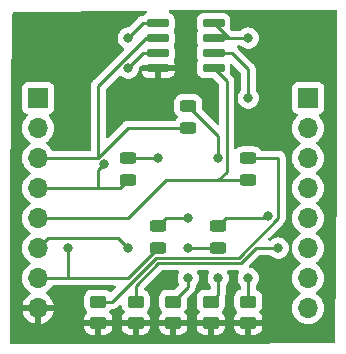
<source format=gtl>
%TF.GenerationSoftware,KiCad,Pcbnew,7.0.7*%
%TF.CreationDate,2024-10-03T15:52:36-07:00*%
%TF.ProjectId,Zoe_PCB,5a6f655f-5043-4422-9e6b-696361645f70,rev?*%
%TF.SameCoordinates,Original*%
%TF.FileFunction,Copper,L1,Top*%
%TF.FilePolarity,Positive*%
%FSLAX46Y46*%
G04 Gerber Fmt 4.6, Leading zero omitted, Abs format (unit mm)*
G04 Created by KiCad (PCBNEW 7.0.7) date 2024-10-03 15:52:36*
%MOMM*%
%LPD*%
G01*
G04 APERTURE LIST*
G04 Aperture macros list*
%AMRoundRect*
0 Rectangle with rounded corners*
0 $1 Rounding radius*
0 $2 $3 $4 $5 $6 $7 $8 $9 X,Y pos of 4 corners*
0 Add a 4 corners polygon primitive as box body*
4,1,4,$2,$3,$4,$5,$6,$7,$8,$9,$2,$3,0*
0 Add four circle primitives for the rounded corners*
1,1,$1+$1,$2,$3*
1,1,$1+$1,$4,$5*
1,1,$1+$1,$6,$7*
1,1,$1+$1,$8,$9*
0 Add four rect primitives between the rounded corners*
20,1,$1+$1,$2,$3,$4,$5,0*
20,1,$1+$1,$4,$5,$6,$7,0*
20,1,$1+$1,$6,$7,$8,$9,0*
20,1,$1+$1,$8,$9,$2,$3,0*%
G04 Aperture macros list end*
%TA.AperFunction,SMDPad,CuDef*%
%ADD10RoundRect,0.250000X0.450000X-0.262500X0.450000X0.262500X-0.450000X0.262500X-0.450000X-0.262500X0*%
%TD*%
%TA.AperFunction,SMDPad,CuDef*%
%ADD11RoundRect,0.243750X-0.456250X0.243750X-0.456250X-0.243750X0.456250X-0.243750X0.456250X0.243750X0*%
%TD*%
%TA.AperFunction,SMDPad,CuDef*%
%ADD12RoundRect,0.250000X-0.450000X0.262500X-0.450000X-0.262500X0.450000X-0.262500X0.450000X0.262500X0*%
%TD*%
%TA.AperFunction,ComponentPad*%
%ADD13R,1.700000X1.700000*%
%TD*%
%TA.AperFunction,ComponentPad*%
%ADD14O,1.700000X1.700000*%
%TD*%
%TA.AperFunction,SMDPad,CuDef*%
%ADD15RoundRect,0.090000X-0.800000X0.270000X-0.800000X-0.270000X0.800000X-0.270000X0.800000X0.270000X0*%
%TD*%
%TA.AperFunction,ViaPad*%
%ADD16C,0.800000*%
%TD*%
%TA.AperFunction,Conductor*%
%ADD17C,0.250000*%
%TD*%
G04 APERTURE END LIST*
D10*
%TO.P,R4,2*%
%TO.N,Net-(D4-K)*%
X135255000Y-106125000D03*
%TO.P,R4,1*%
%TO.N,GND*%
X135255000Y-107950000D03*
%TD*%
D11*
%TO.P,D1,1,K*%
%TO.N,Net-(D1-K)*%
X137160000Y-99725000D03*
%TO.P,D1,2,A*%
%TO.N,/+3.3V*%
X137160000Y-101600000D03*
%TD*%
%TO.P,D5,1,K*%
%TO.N,Net-(D5-K)*%
X144780000Y-93980000D03*
%TO.P,D5,2,A*%
%TO.N,/MISO*%
X144780000Y-95855000D03*
%TD*%
%TO.P,D4,1,K*%
%TO.N,Net-(D4-K)*%
X142240000Y-99725000D03*
%TO.P,D4,2,A*%
%TO.N,/MOSI*%
X142240000Y-101600000D03*
%TD*%
%TO.P,D2,1,K*%
%TO.N,Net-(D2-K)*%
X134620000Y-93980000D03*
%TO.P,D2,2,A*%
%TO.N,/SCK*%
X134620000Y-95855000D03*
%TD*%
D12*
%TO.P,R5,1*%
%TO.N,Net-(D5-K)*%
X132080000Y-106125000D03*
%TO.P,R5,2*%
%TO.N,GND*%
X132080000Y-107950000D03*
%TD*%
%TO.P,R2,1*%
%TO.N,Net-(D2-K)*%
X141605000Y-106125000D03*
%TO.P,R2,2*%
%TO.N,GND*%
X141605000Y-107950000D03*
%TD*%
%TO.P,R3,1*%
%TO.N,Net-(D3-K)*%
X138430000Y-106125000D03*
%TO.P,R3,2*%
%TO.N,GND*%
X138430000Y-107950000D03*
%TD*%
D13*
%TO.P,J2,1,Pin_1*%
%TO.N,unconnected-(J2-Pin_1-Pad1)*%
X149860000Y-88900000D03*
D14*
%TO.P,J2,2,Pin_2*%
%TO.N,unconnected-(J2-Pin_2-Pad2)*%
X149860000Y-91440000D03*
%TO.P,J2,3,Pin_3*%
%TO.N,unconnected-(J2-Pin_3-Pad3)*%
X149860000Y-93980000D03*
%TO.P,J2,4,Pin_4*%
%TO.N,unconnected-(J2-Pin_4-Pad4)*%
X149860000Y-96520000D03*
%TO.P,J2,5,Pin_5*%
%TO.N,unconnected-(J2-Pin_5-Pad5)*%
X149860000Y-99060000D03*
%TO.P,J2,6,Pin_6*%
%TO.N,unconnected-(J2-Pin_6-Pad6)*%
X149860000Y-101600000D03*
%TO.P,J2,7,Pin_7*%
%TO.N,unconnected-(J2-Pin_7-Pad7)*%
X149860000Y-104140000D03*
%TO.P,J2,8,Pin_8*%
%TO.N,unconnected-(J2-Pin_8-Pad8)*%
X149860000Y-106680000D03*
%TD*%
D12*
%TO.P,R1,1*%
%TO.N,Net-(D1-K)*%
X144780000Y-106125000D03*
%TO.P,R1,2*%
%TO.N,GND*%
X144780000Y-107950000D03*
%TD*%
D11*
%TO.P,D3,1,K*%
%TO.N,Net-(D3-K)*%
X139700000Y-89565000D03*
%TO.P,D3,2,A*%
%TO.N,/CS*%
X139700000Y-91440000D03*
%TD*%
D15*
%TO.P,U1,1,V_{DDD}*%
%TO.N,/+3.3V*%
X137160000Y-82550000D03*
%TO.P,U1,2,CE*%
%TO.N,/CS*%
X137160000Y-83820000D03*
%TO.P,U1,3,SCLK*%
%TO.N,/SCK*%
X137160000Y-85090000D03*
%TO.P,U1,4,GND*%
%TO.N,GND*%
X137160000Y-86360000D03*
%TO.P,U1,5,SD0*%
%TO.N,/MISO*%
X141840000Y-86360000D03*
%TO.P,U1,6,SDI*%
%TO.N,/MOSI*%
X141840000Y-85090000D03*
%TO.P,U1,7,SERMODE*%
%TO.N,/+3.3V*%
X141840000Y-83820000D03*
%TO.P,U1,8,V_{DDA}*%
X141840000Y-82550000D03*
%TD*%
D13*
%TO.P,J1,1,Pin_1*%
%TO.N,unconnected-(J1-Pin_1-Pad1)*%
X127000000Y-88900000D03*
D14*
%TO.P,J1,2,Pin_2*%
%TO.N,unconnected-(J1-Pin_2-Pad2)*%
X127000000Y-91440000D03*
%TO.P,J1,3,Pin_3*%
%TO.N,/CS*%
X127000000Y-93980000D03*
%TO.P,J1,4,Pin_4*%
%TO.N,/SCK*%
X127000000Y-96520000D03*
%TO.P,J1,5,Pin_5*%
%TO.N,/MISO*%
X127000000Y-99060000D03*
%TO.P,J1,6,Pin_6*%
%TO.N,/MOSI*%
X127000000Y-101600000D03*
%TO.P,J1,7,Pin_7*%
%TO.N,/+3.3V*%
X127000000Y-104140000D03*
%TO.P,J1,8,Pin_8*%
%TO.N,GND*%
X127000000Y-106680000D03*
%TD*%
D16*
%TO.N,Net-(D2-K)*%
X142240000Y-104140000D03*
%TO.N,Net-(D1-K)*%
X139700000Y-99060000D03*
X144780000Y-104140000D03*
%TO.N,/+3.3V*%
X144780000Y-83820000D03*
X129540000Y-101600000D03*
X134620000Y-83820000D03*
%TO.N,Net-(D2-K)*%
X137160000Y-93980000D03*
%TO.N,/SCK*%
X132592300Y-94492300D03*
X134620000Y-86360000D03*
%TO.N,Net-(D3-K)*%
X139700000Y-104140000D03*
X142240000Y-93980000D03*
%TO.N,Net-(D4-K)*%
X146489502Y-98865898D03*
X147320000Y-101600000D03*
%TO.N,/MOSI*%
X134620000Y-101600000D03*
X144780000Y-88900000D03*
X139700000Y-101600000D03*
%TD*%
D17*
%TO.N,Net-(D2-K)*%
X142240000Y-105490000D02*
X141605000Y-106125000D01*
X142240000Y-104140000D02*
X142240000Y-105490000D01*
%TO.N,Net-(D3-K)*%
X139700000Y-104140000D02*
X139700000Y-104855000D01*
X139700000Y-104855000D02*
X138430000Y-106125000D01*
%TO.N,Net-(D4-K)*%
X147320000Y-101600000D02*
X145416396Y-101600000D01*
X137170292Y-102862500D02*
X135255000Y-104777792D01*
X145416396Y-101600000D02*
X144153896Y-102862500D01*
X135255000Y-104777792D02*
X135255000Y-106125000D01*
X144153896Y-102862500D02*
X137170292Y-102862500D01*
%TO.N,Net-(D5-K)*%
X144780000Y-93980000D02*
X147320000Y-93980000D01*
X147320000Y-93980000D02*
X147320000Y-99060000D01*
X147320000Y-99060000D02*
X143967500Y-102412500D01*
X143967500Y-102412500D02*
X136983896Y-102412500D01*
X136983896Y-102412500D02*
X133271396Y-106125000D01*
X133271396Y-106125000D02*
X132080000Y-106125000D01*
%TO.N,Net-(D1-K)*%
X144780000Y-104140000D02*
X144780000Y-106125000D01*
X137160000Y-99725000D02*
X137825000Y-99060000D01*
X137825000Y-99060000D02*
X139700000Y-99060000D01*
%TO.N,/+3.3V*%
X144780000Y-83820000D02*
X143110000Y-83820000D01*
X135890000Y-82550000D02*
X137160000Y-82550000D01*
X129540000Y-104140000D02*
X134620000Y-104140000D01*
X143110000Y-83820000D02*
X141840000Y-82550000D01*
X144780000Y-83820000D02*
X141840000Y-83820000D01*
X127000000Y-104140000D02*
X129540000Y-104140000D01*
X134620000Y-104140000D02*
X137160000Y-101600000D01*
X129540000Y-104140000D02*
X129540000Y-101600000D01*
X134620000Y-83820000D02*
X135890000Y-82550000D01*
%TO.N,Net-(D2-K)*%
X134620000Y-93980000D02*
X137160000Y-93980000D01*
%TO.N,/SCK*%
X135890000Y-85090000D02*
X137160000Y-85090000D01*
X127000000Y-96520000D02*
X132080000Y-96520000D01*
X134620000Y-86360000D02*
X135890000Y-85090000D01*
X132080000Y-96520000D02*
X133955000Y-96520000D01*
X132080000Y-96520000D02*
X132080000Y-95004600D01*
X132080000Y-95004600D02*
X132592300Y-94492300D01*
X133955000Y-96520000D02*
X134620000Y-95855000D01*
%TO.N,Net-(D3-K)*%
X139700000Y-89565000D02*
X142240000Y-92105000D01*
X142240000Y-92105000D02*
X142240000Y-93980000D01*
%TO.N,/CS*%
X136134695Y-83820000D02*
X137160000Y-83820000D01*
X132080000Y-93980000D02*
X132080000Y-87874695D01*
X127000000Y-93980000D02*
X132080000Y-93980000D01*
X134620000Y-91440000D02*
X139700000Y-91440000D01*
X132080000Y-87874695D02*
X136134695Y-83820000D01*
X132080000Y-93980000D02*
X134620000Y-91440000D01*
%TO.N,Net-(D4-K)*%
X146295400Y-99060000D02*
X146489502Y-98865898D01*
X142240000Y-99725000D02*
X142905000Y-99060000D01*
X142905000Y-99060000D02*
X144780000Y-99060000D01*
X144780000Y-99060000D02*
X146295400Y-99060000D01*
%TO.N,/MOSI*%
X144780000Y-86473101D02*
X143396899Y-85090000D01*
X143396899Y-85090000D02*
X141840000Y-85090000D01*
X127000000Y-101600000D02*
X127850000Y-100750000D01*
X144780000Y-88900000D02*
X144780000Y-86473101D01*
X142240000Y-101600000D02*
X139700000Y-101600000D01*
X133770000Y-100750000D02*
X134620000Y-101600000D01*
X127850000Y-100750000D02*
X133770000Y-100750000D01*
%TO.N,/MISO*%
X134620000Y-99060000D02*
X137825000Y-95855000D01*
X142965000Y-95130000D02*
X142240000Y-95855000D01*
X141840000Y-86360000D02*
X142965000Y-87485000D01*
X142965000Y-87485000D02*
X142965000Y-95130000D01*
X137825000Y-95855000D02*
X142240000Y-95855000D01*
X142240000Y-95855000D02*
X144780000Y-95855000D01*
X127000000Y-99060000D02*
X134620000Y-99060000D01*
%TO.N,GND*%
X127000000Y-106680000D02*
X129540000Y-106680000D01*
%TD*%
%TA.AperFunction,Conductor*%
%TO.N,GND*%
G36*
X152215539Y-81427185D02*
G01*
X152261294Y-81479989D01*
X152272500Y-81531500D01*
X152272500Y-95508999D01*
X152147091Y-109504633D01*
X152126807Y-109571493D01*
X152073595Y-109616773D01*
X152024234Y-109627517D01*
X141126100Y-109727500D01*
X124711500Y-109727500D01*
X124644461Y-109707815D01*
X124598706Y-109655011D01*
X124587500Y-109603500D01*
X124587500Y-108200000D01*
X130880001Y-108200000D01*
X130880001Y-108262486D01*
X130890494Y-108365197D01*
X130945641Y-108531619D01*
X130945643Y-108531624D01*
X131037684Y-108680845D01*
X131161654Y-108804815D01*
X131310875Y-108896856D01*
X131310880Y-108896858D01*
X131477302Y-108952005D01*
X131477309Y-108952006D01*
X131580019Y-108962499D01*
X131829999Y-108962499D01*
X131830000Y-108962498D01*
X131830000Y-108200000D01*
X132330000Y-108200000D01*
X132330000Y-108962499D01*
X132579972Y-108962499D01*
X132579986Y-108962498D01*
X132682697Y-108952005D01*
X132849119Y-108896858D01*
X132849124Y-108896856D01*
X132998345Y-108804815D01*
X133122315Y-108680845D01*
X133214356Y-108531624D01*
X133214358Y-108531619D01*
X133269505Y-108365197D01*
X133269506Y-108365190D01*
X133279999Y-108262486D01*
X133280000Y-108262473D01*
X133280000Y-108200000D01*
X134055001Y-108200000D01*
X134055001Y-108262486D01*
X134065494Y-108365197D01*
X134120641Y-108531619D01*
X134120643Y-108531624D01*
X134212684Y-108680845D01*
X134336654Y-108804815D01*
X134485875Y-108896856D01*
X134485880Y-108896858D01*
X134652302Y-108952005D01*
X134652309Y-108952006D01*
X134755019Y-108962499D01*
X135004999Y-108962499D01*
X135005000Y-108962498D01*
X135005000Y-108200000D01*
X135505000Y-108200000D01*
X135505000Y-108962499D01*
X135754972Y-108962499D01*
X135754986Y-108962498D01*
X135857697Y-108952005D01*
X136024119Y-108896858D01*
X136024124Y-108896856D01*
X136173345Y-108804815D01*
X136297315Y-108680845D01*
X136389356Y-108531624D01*
X136389358Y-108531619D01*
X136444505Y-108365197D01*
X136444506Y-108365190D01*
X136454999Y-108262486D01*
X136455000Y-108262473D01*
X136455000Y-108200000D01*
X137230001Y-108200000D01*
X137230001Y-108262486D01*
X137240494Y-108365197D01*
X137295641Y-108531619D01*
X137295643Y-108531624D01*
X137387684Y-108680845D01*
X137511654Y-108804815D01*
X137660875Y-108896856D01*
X137660880Y-108896858D01*
X137827302Y-108952005D01*
X137827309Y-108952006D01*
X137930019Y-108962499D01*
X138179999Y-108962499D01*
X138180000Y-108962498D01*
X138180000Y-108200000D01*
X138680000Y-108200000D01*
X138680000Y-108962499D01*
X138929972Y-108962499D01*
X138929986Y-108962498D01*
X139032697Y-108952005D01*
X139199119Y-108896858D01*
X139199124Y-108896856D01*
X139348345Y-108804815D01*
X139472315Y-108680845D01*
X139564356Y-108531624D01*
X139564358Y-108531619D01*
X139619505Y-108365197D01*
X139619506Y-108365190D01*
X139629999Y-108262486D01*
X139630000Y-108262473D01*
X139630000Y-108200000D01*
X140405001Y-108200000D01*
X140405001Y-108262486D01*
X140415494Y-108365197D01*
X140470641Y-108531619D01*
X140470643Y-108531624D01*
X140562684Y-108680845D01*
X140686654Y-108804815D01*
X140835875Y-108896856D01*
X140835880Y-108896858D01*
X141002302Y-108952005D01*
X141002309Y-108952006D01*
X141105019Y-108962499D01*
X141354999Y-108962499D01*
X141355000Y-108962498D01*
X141355000Y-108200000D01*
X141855000Y-108200000D01*
X141855000Y-108962499D01*
X142104972Y-108962499D01*
X142104986Y-108962498D01*
X142207697Y-108952005D01*
X142374119Y-108896858D01*
X142374124Y-108896856D01*
X142523345Y-108804815D01*
X142647315Y-108680845D01*
X142739356Y-108531624D01*
X142739358Y-108531619D01*
X142794505Y-108365197D01*
X142794506Y-108365190D01*
X142804999Y-108262486D01*
X142805000Y-108262473D01*
X142805000Y-108200000D01*
X143580001Y-108200000D01*
X143580001Y-108262486D01*
X143590494Y-108365197D01*
X143645641Y-108531619D01*
X143645643Y-108531624D01*
X143737684Y-108680845D01*
X143861654Y-108804815D01*
X144010875Y-108896856D01*
X144010880Y-108896858D01*
X144177302Y-108952005D01*
X144177309Y-108952006D01*
X144280019Y-108962499D01*
X144529999Y-108962499D01*
X144530000Y-108962498D01*
X144530000Y-108200000D01*
X145030000Y-108200000D01*
X145030000Y-108962499D01*
X145279972Y-108962499D01*
X145279986Y-108962498D01*
X145382697Y-108952005D01*
X145549119Y-108896858D01*
X145549124Y-108896856D01*
X145698345Y-108804815D01*
X145822315Y-108680845D01*
X145914356Y-108531624D01*
X145914358Y-108531619D01*
X145969505Y-108365197D01*
X145969506Y-108365190D01*
X145979999Y-108262486D01*
X145980000Y-108262473D01*
X145980000Y-108200000D01*
X145030000Y-108200000D01*
X144530000Y-108200000D01*
X143580001Y-108200000D01*
X142805000Y-108200000D01*
X141855000Y-108200000D01*
X141355000Y-108200000D01*
X140405001Y-108200000D01*
X139630000Y-108200000D01*
X138680000Y-108200000D01*
X138180000Y-108200000D01*
X137230001Y-108200000D01*
X136455000Y-108200000D01*
X135505000Y-108200000D01*
X135005000Y-108200000D01*
X134055001Y-108200000D01*
X133280000Y-108200000D01*
X132330000Y-108200000D01*
X131830000Y-108200000D01*
X130880001Y-108200000D01*
X124587500Y-108200000D01*
X124587500Y-99753268D01*
X124620332Y-97145499D01*
X124814078Y-81756469D01*
X124834605Y-81689684D01*
X124887981Y-81644597D01*
X124936465Y-81634041D01*
X136098869Y-81490143D01*
X136166155Y-81508962D01*
X136212587Y-81561172D01*
X136223421Y-81630196D01*
X136195218Y-81694121D01*
X136147919Y-81728694D01*
X136062205Y-81764198D01*
X136062202Y-81764199D01*
X136062202Y-81764200D01*
X135938851Y-81858851D01*
X135938850Y-81858852D01*
X135938849Y-81858853D01*
X135924442Y-81877628D01*
X135868013Y-81918829D01*
X135829967Y-81926077D01*
X135791373Y-81927290D01*
X135791372Y-81927290D01*
X135772129Y-81932881D01*
X135753079Y-81936825D01*
X135733211Y-81939334D01*
X135733209Y-81939335D01*
X135689884Y-81956488D01*
X135684357Y-81958380D01*
X135639610Y-81971381D01*
X135639609Y-81971382D01*
X135622367Y-81981579D01*
X135604899Y-81990137D01*
X135586269Y-81997513D01*
X135586267Y-81997514D01*
X135548576Y-82024898D01*
X135543694Y-82028105D01*
X135503579Y-82051830D01*
X135489408Y-82066000D01*
X135474623Y-82078628D01*
X135458412Y-82090407D01*
X135428709Y-82126310D01*
X135424777Y-82130631D01*
X134672228Y-82883181D01*
X134610905Y-82916666D01*
X134584547Y-82919500D01*
X134525354Y-82919500D01*
X134492897Y-82926398D01*
X134340197Y-82958855D01*
X134340192Y-82958857D01*
X134167270Y-83035848D01*
X134167265Y-83035851D01*
X134014129Y-83147111D01*
X133887466Y-83287785D01*
X133792821Y-83451715D01*
X133792818Y-83451722D01*
X133734327Y-83631740D01*
X133734326Y-83631744D01*
X133714540Y-83820000D01*
X133734326Y-84008256D01*
X133734327Y-84008259D01*
X133792818Y-84188277D01*
X133792821Y-84188284D01*
X133887467Y-84352216D01*
X133988568Y-84464500D01*
X134014129Y-84492888D01*
X134161077Y-84599652D01*
X134167270Y-84604151D01*
X134209119Y-84622783D01*
X134262353Y-84668032D01*
X134282674Y-84734881D01*
X134263629Y-84802105D01*
X134246361Y-84823742D01*
X131696208Y-87373894D01*
X131683951Y-87383715D01*
X131684134Y-87383936D01*
X131678123Y-87388908D01*
X131630772Y-87439331D01*
X131609889Y-87460214D01*
X131609877Y-87460227D01*
X131605621Y-87465712D01*
X131601837Y-87470142D01*
X131569937Y-87504113D01*
X131569936Y-87504115D01*
X131560284Y-87521671D01*
X131549610Y-87537921D01*
X131537329Y-87553756D01*
X131537324Y-87553763D01*
X131518815Y-87596533D01*
X131516245Y-87601779D01*
X131493803Y-87642601D01*
X131488822Y-87662002D01*
X131482521Y-87680405D01*
X131474562Y-87698797D01*
X131474561Y-87698801D01*
X131467271Y-87744822D01*
X131466087Y-87750541D01*
X131454499Y-87795678D01*
X131454499Y-87815714D01*
X131452973Y-87835102D01*
X131449840Y-87854888D01*
X131449840Y-87854891D01*
X131454224Y-87901275D01*
X131454499Y-87907112D01*
X131454499Y-90608474D01*
X131454500Y-93230500D01*
X131434815Y-93297539D01*
X131382011Y-93343294D01*
X131330500Y-93354500D01*
X128275227Y-93354500D01*
X128208188Y-93334815D01*
X128173652Y-93301623D01*
X128038494Y-93108597D01*
X127871402Y-92941506D01*
X127871396Y-92941501D01*
X127685842Y-92811575D01*
X127642217Y-92756998D01*
X127635023Y-92687500D01*
X127666546Y-92625145D01*
X127685842Y-92608425D01*
X127708026Y-92592891D01*
X127871401Y-92478495D01*
X128038495Y-92311401D01*
X128174035Y-92117830D01*
X128273903Y-91903663D01*
X128335063Y-91675408D01*
X128355659Y-91440000D01*
X128335063Y-91204592D01*
X128273903Y-90976337D01*
X128174035Y-90762171D01*
X128169431Y-90755596D01*
X128038496Y-90568600D01*
X127987034Y-90517138D01*
X127916567Y-90446671D01*
X127883084Y-90385351D01*
X127888068Y-90315659D01*
X127929939Y-90259725D01*
X127960915Y-90242810D01*
X128092331Y-90193796D01*
X128207546Y-90107546D01*
X128293796Y-89992331D01*
X128344091Y-89857483D01*
X128350500Y-89797873D01*
X128350499Y-88002128D01*
X128344091Y-87942517D01*
X128293796Y-87807669D01*
X128293795Y-87807668D01*
X128293793Y-87807664D01*
X128207547Y-87692455D01*
X128207544Y-87692452D01*
X128092335Y-87606206D01*
X128092328Y-87606202D01*
X127957482Y-87555908D01*
X127957483Y-87555908D01*
X127897883Y-87549501D01*
X127897881Y-87549500D01*
X127897873Y-87549500D01*
X127897864Y-87549500D01*
X126102129Y-87549500D01*
X126102123Y-87549501D01*
X126042516Y-87555908D01*
X125907671Y-87606202D01*
X125907664Y-87606206D01*
X125792455Y-87692452D01*
X125792452Y-87692455D01*
X125706206Y-87807664D01*
X125706202Y-87807671D01*
X125655908Y-87942517D01*
X125649501Y-88002116D01*
X125649501Y-88002123D01*
X125649500Y-88002135D01*
X125649500Y-89797870D01*
X125649501Y-89797876D01*
X125655908Y-89857483D01*
X125706202Y-89992328D01*
X125706206Y-89992335D01*
X125792452Y-90107544D01*
X125792455Y-90107547D01*
X125907664Y-90193793D01*
X125907671Y-90193797D01*
X126039081Y-90242810D01*
X126095015Y-90284681D01*
X126119432Y-90350145D01*
X126104580Y-90418418D01*
X126083430Y-90446673D01*
X125961503Y-90568600D01*
X125825965Y-90762169D01*
X125825964Y-90762171D01*
X125726098Y-90976335D01*
X125726094Y-90976344D01*
X125664938Y-91204586D01*
X125664936Y-91204596D01*
X125644341Y-91439999D01*
X125644341Y-91440000D01*
X125664936Y-91675403D01*
X125664938Y-91675413D01*
X125726094Y-91903655D01*
X125726096Y-91903659D01*
X125726097Y-91903663D01*
X125771217Y-92000422D01*
X125825965Y-92117830D01*
X125825967Y-92117834D01*
X125961501Y-92311395D01*
X125961506Y-92311402D01*
X126128597Y-92478493D01*
X126128603Y-92478498D01*
X126314158Y-92608425D01*
X126357783Y-92663002D01*
X126364977Y-92732500D01*
X126333454Y-92794855D01*
X126314158Y-92811575D01*
X126128597Y-92941505D01*
X125961505Y-93108597D01*
X125825965Y-93302169D01*
X125825964Y-93302171D01*
X125726098Y-93516335D01*
X125726094Y-93516344D01*
X125664938Y-93744586D01*
X125664936Y-93744596D01*
X125644341Y-93979999D01*
X125644341Y-93980000D01*
X125664936Y-94215403D01*
X125664938Y-94215413D01*
X125726094Y-94443655D01*
X125726096Y-94443659D01*
X125726097Y-94443663D01*
X125758063Y-94512214D01*
X125825965Y-94657830D01*
X125825967Y-94657834D01*
X125900412Y-94764151D01*
X125961501Y-94851396D01*
X125961506Y-94851402D01*
X126128597Y-95018493D01*
X126128603Y-95018498D01*
X126314158Y-95148425D01*
X126357783Y-95203002D01*
X126364977Y-95272500D01*
X126333454Y-95334855D01*
X126314158Y-95351575D01*
X126128597Y-95481505D01*
X125961505Y-95648597D01*
X125825965Y-95842169D01*
X125825964Y-95842171D01*
X125726098Y-96056335D01*
X125726094Y-96056344D01*
X125664938Y-96284586D01*
X125664936Y-96284596D01*
X125644341Y-96519999D01*
X125644341Y-96520000D01*
X125664936Y-96755403D01*
X125664938Y-96755413D01*
X125726094Y-96983655D01*
X125726096Y-96983659D01*
X125726097Y-96983663D01*
X125772630Y-97083453D01*
X125825965Y-97197830D01*
X125825967Y-97197834D01*
X125934281Y-97352521D01*
X125961501Y-97391396D01*
X125961506Y-97391402D01*
X126128597Y-97558493D01*
X126128603Y-97558498D01*
X126314158Y-97688425D01*
X126357783Y-97743002D01*
X126364977Y-97812500D01*
X126333454Y-97874855D01*
X126314158Y-97891575D01*
X126128597Y-98021505D01*
X125961505Y-98188597D01*
X125825965Y-98382169D01*
X125825964Y-98382171D01*
X125726098Y-98596335D01*
X125726094Y-98596344D01*
X125664938Y-98824586D01*
X125664936Y-98824596D01*
X125644341Y-99059999D01*
X125644341Y-99060000D01*
X125664936Y-99295403D01*
X125664938Y-99295413D01*
X125726094Y-99523655D01*
X125726096Y-99523659D01*
X125726097Y-99523663D01*
X125772630Y-99623453D01*
X125825965Y-99737830D01*
X125825967Y-99737834D01*
X125961501Y-99931395D01*
X125961506Y-99931402D01*
X126128597Y-100098493D01*
X126128603Y-100098498D01*
X126314158Y-100228425D01*
X126357783Y-100283002D01*
X126364977Y-100352500D01*
X126333454Y-100414855D01*
X126314158Y-100431575D01*
X126128597Y-100561505D01*
X125961505Y-100728597D01*
X125825965Y-100922169D01*
X125825964Y-100922171D01*
X125726098Y-101136335D01*
X125726094Y-101136344D01*
X125664938Y-101364586D01*
X125664936Y-101364596D01*
X125644341Y-101599999D01*
X125644341Y-101600000D01*
X125664936Y-101835403D01*
X125664938Y-101835413D01*
X125726094Y-102063655D01*
X125726096Y-102063659D01*
X125726097Y-102063663D01*
X125818499Y-102261819D01*
X125825965Y-102277830D01*
X125825967Y-102277834D01*
X125961501Y-102471395D01*
X125961506Y-102471402D01*
X126128597Y-102638493D01*
X126128603Y-102638498D01*
X126314158Y-102768425D01*
X126357783Y-102823002D01*
X126364977Y-102892500D01*
X126333454Y-102954855D01*
X126314158Y-102971575D01*
X126128597Y-103101505D01*
X125961505Y-103268597D01*
X125825965Y-103462169D01*
X125825964Y-103462171D01*
X125726098Y-103676335D01*
X125726094Y-103676344D01*
X125664938Y-103904586D01*
X125664936Y-103904596D01*
X125644341Y-104139999D01*
X125644341Y-104140000D01*
X125664936Y-104375403D01*
X125664938Y-104375413D01*
X125726094Y-104603655D01*
X125726096Y-104603659D01*
X125726097Y-104603663D01*
X125825964Y-104817829D01*
X125825965Y-104817830D01*
X125825967Y-104817834D01*
X125879707Y-104894582D01*
X125961505Y-105011401D01*
X126128599Y-105178495D01*
X126307534Y-105303787D01*
X126314594Y-105308730D01*
X126358219Y-105363307D01*
X126365413Y-105432805D01*
X126333890Y-105495160D01*
X126314595Y-105511880D01*
X126128922Y-105641890D01*
X126128920Y-105641891D01*
X125961891Y-105808920D01*
X125961886Y-105808926D01*
X125826400Y-106002420D01*
X125826399Y-106002422D01*
X125726570Y-106216507D01*
X125726567Y-106216513D01*
X125669364Y-106429999D01*
X125669364Y-106430000D01*
X126386653Y-106430000D01*
X126453692Y-106449685D01*
X126499447Y-106502489D01*
X126509391Y-106571647D01*
X126505631Y-106588933D01*
X126500000Y-106608111D01*
X126500000Y-106751888D01*
X126505631Y-106771067D01*
X126505630Y-106840936D01*
X126467855Y-106899714D01*
X126404299Y-106928738D01*
X126386653Y-106930000D01*
X125669364Y-106930000D01*
X125726567Y-107143486D01*
X125726570Y-107143492D01*
X125826399Y-107357578D01*
X125961894Y-107551082D01*
X126128917Y-107718105D01*
X126322421Y-107853600D01*
X126536507Y-107953429D01*
X126536516Y-107953433D01*
X126749998Y-108010633D01*
X126749999Y-107292301D01*
X126769683Y-107225262D01*
X126822487Y-107179507D01*
X126891646Y-107169563D01*
X126898380Y-107170531D01*
X126964237Y-107180000D01*
X126964238Y-107180000D01*
X127035762Y-107180000D01*
X127035763Y-107180000D01*
X127108353Y-107169563D01*
X127177512Y-107179507D01*
X127230315Y-107225262D01*
X127250000Y-107292301D01*
X127250000Y-108010633D01*
X127463483Y-107953433D01*
X127463492Y-107953429D01*
X127677578Y-107853600D01*
X127871082Y-107718105D01*
X128038105Y-107551082D01*
X128173600Y-107357578D01*
X128273429Y-107143492D01*
X128273432Y-107143486D01*
X128330636Y-106930000D01*
X127613347Y-106930000D01*
X127546308Y-106910315D01*
X127500553Y-106857511D01*
X127490609Y-106788353D01*
X127494369Y-106771067D01*
X127500000Y-106751888D01*
X127500000Y-106608111D01*
X127494369Y-106588933D01*
X127494370Y-106519064D01*
X127532145Y-106460286D01*
X127595701Y-106431262D01*
X127613347Y-106430000D01*
X128330636Y-106430000D01*
X128330635Y-106429999D01*
X128273432Y-106216513D01*
X128273429Y-106216507D01*
X128173600Y-106002422D01*
X128173599Y-106002420D01*
X128038113Y-105808926D01*
X128038108Y-105808920D01*
X127871078Y-105641890D01*
X127685405Y-105511879D01*
X127641780Y-105457302D01*
X127634588Y-105387804D01*
X127666110Y-105325449D01*
X127685406Y-105308730D01*
X127685843Y-105308424D01*
X127871401Y-105178495D01*
X128038495Y-105011401D01*
X128173651Y-104818377D01*
X128228229Y-104774752D01*
X128275227Y-104765500D01*
X129460981Y-104765500D01*
X129469153Y-104765500D01*
X129492385Y-104767696D01*
X129493989Y-104768001D01*
X129500412Y-104769227D01*
X129557724Y-104765621D01*
X129561597Y-104765500D01*
X133446943Y-104765500D01*
X133513982Y-104785185D01*
X133559737Y-104837989D01*
X133569681Y-104907147D01*
X133540656Y-104970703D01*
X133534628Y-104977176D01*
X133358527Y-105153277D01*
X133208017Y-105303787D01*
X133146694Y-105337272D01*
X133077002Y-105332288D01*
X133032655Y-105303787D01*
X132998657Y-105269789D01*
X132998656Y-105269788D01*
X132872144Y-105191755D01*
X132849336Y-105177687D01*
X132849331Y-105177685D01*
X132844050Y-105175935D01*
X132682797Y-105122501D01*
X132682795Y-105122500D01*
X132580010Y-105112000D01*
X131579998Y-105112000D01*
X131579980Y-105112001D01*
X131477203Y-105122500D01*
X131477200Y-105122501D01*
X131310668Y-105177685D01*
X131310663Y-105177687D01*
X131161342Y-105269789D01*
X131037289Y-105393842D01*
X130945187Y-105543163D01*
X130945185Y-105543166D01*
X130945186Y-105543166D01*
X130890001Y-105709703D01*
X130890001Y-105709704D01*
X130890000Y-105709704D01*
X130879500Y-105812483D01*
X130879500Y-106437501D01*
X130879501Y-106437519D01*
X130890000Y-106540296D01*
X130890001Y-106540299D01*
X130935461Y-106677486D01*
X130945186Y-106706834D01*
X131027900Y-106840936D01*
X131037289Y-106856157D01*
X131131304Y-106950172D01*
X131164789Y-107011495D01*
X131159805Y-107081187D01*
X131131305Y-107125534D01*
X131037682Y-107219157D01*
X130945643Y-107368375D01*
X130945641Y-107368380D01*
X130890494Y-107534802D01*
X130890493Y-107534809D01*
X130880000Y-107637513D01*
X130880000Y-107700000D01*
X133279999Y-107700000D01*
X133279999Y-107637528D01*
X133279998Y-107637513D01*
X133269505Y-107534802D01*
X133214358Y-107368380D01*
X133214356Y-107368375D01*
X133122315Y-107219154D01*
X133028695Y-107125534D01*
X132995210Y-107064211D01*
X133000194Y-106994519D01*
X133028691Y-106950176D01*
X133122712Y-106856156D01*
X133151034Y-106810237D01*
X133202980Y-106763514D01*
X133252676Y-106751396D01*
X133279812Y-106750543D01*
X133281211Y-106750500D01*
X133310743Y-106750500D01*
X133310746Y-106750500D01*
X133317624Y-106749630D01*
X133323437Y-106749172D01*
X133370023Y-106747709D01*
X133389265Y-106742117D01*
X133408308Y-106738174D01*
X133428188Y-106735664D01*
X133471518Y-106718507D01*
X133477042Y-106716617D01*
X133480792Y-106715527D01*
X133521786Y-106703618D01*
X133539025Y-106693422D01*
X133556499Y-106684862D01*
X133575123Y-106677488D01*
X133575123Y-106677487D01*
X133575128Y-106677486D01*
X133612845Y-106650082D01*
X133617701Y-106646892D01*
X133657816Y-106623170D01*
X133671985Y-106608999D01*
X133686775Y-106596368D01*
X133702983Y-106584594D01*
X133732695Y-106548676D01*
X133736608Y-106544376D01*
X133850423Y-106430561D01*
X133911744Y-106397078D01*
X133981436Y-106402062D01*
X134037369Y-106443934D01*
X134061460Y-106505640D01*
X134065001Y-106540297D01*
X134065001Y-106540299D01*
X134110461Y-106677486D01*
X134120186Y-106706834D01*
X134202900Y-106840936D01*
X134212289Y-106856157D01*
X134306304Y-106950172D01*
X134339789Y-107011495D01*
X134334805Y-107081187D01*
X134306305Y-107125534D01*
X134212682Y-107219157D01*
X134120643Y-107368375D01*
X134120641Y-107368380D01*
X134065494Y-107534802D01*
X134065493Y-107534809D01*
X134055000Y-107637513D01*
X134055000Y-107700000D01*
X136454999Y-107700000D01*
X136454999Y-107637528D01*
X136454998Y-107637513D01*
X136444505Y-107534802D01*
X136389358Y-107368380D01*
X136389356Y-107368375D01*
X136297315Y-107219154D01*
X136203695Y-107125534D01*
X136170210Y-107064211D01*
X136175194Y-106994519D01*
X136203691Y-106950176D01*
X136297712Y-106856156D01*
X136389814Y-106706834D01*
X136444999Y-106540297D01*
X136455500Y-106437509D01*
X136455499Y-105812492D01*
X136455101Y-105808599D01*
X136444999Y-105709703D01*
X136444998Y-105709700D01*
X136422528Y-105641890D01*
X136389814Y-105543166D01*
X136297712Y-105393844D01*
X136173656Y-105269788D01*
X136047144Y-105191755D01*
X136024336Y-105177687D01*
X136024327Y-105177683D01*
X136001367Y-105170075D01*
X135943923Y-105130302D01*
X135917101Y-105065785D01*
X135929417Y-104997010D01*
X135952689Y-104964692D01*
X137393063Y-103524319D01*
X137454387Y-103490834D01*
X137480745Y-103488000D01*
X138821850Y-103488000D01*
X138888889Y-103507685D01*
X138934644Y-103560489D01*
X138944588Y-103629647D01*
X138929237Y-103673999D01*
X138872823Y-103771710D01*
X138872818Y-103771722D01*
X138829645Y-103904596D01*
X138814326Y-103951744D01*
X138794540Y-104140000D01*
X138814326Y-104328256D01*
X138814327Y-104328259D01*
X138872818Y-104508277D01*
X138872821Y-104508284D01*
X138931139Y-104609294D01*
X138947612Y-104677193D01*
X138924759Y-104743220D01*
X138911433Y-104758974D01*
X138594726Y-105075681D01*
X138533403Y-105109166D01*
X138507045Y-105112000D01*
X137929998Y-105112000D01*
X137929980Y-105112001D01*
X137827203Y-105122500D01*
X137827200Y-105122501D01*
X137660668Y-105177685D01*
X137660663Y-105177687D01*
X137511342Y-105269789D01*
X137387289Y-105393842D01*
X137295187Y-105543163D01*
X137295185Y-105543166D01*
X137295186Y-105543166D01*
X137240001Y-105709703D01*
X137240001Y-105709704D01*
X137240000Y-105709704D01*
X137229500Y-105812483D01*
X137229500Y-106437501D01*
X137229501Y-106437519D01*
X137240000Y-106540296D01*
X137240001Y-106540299D01*
X137285461Y-106677486D01*
X137295186Y-106706834D01*
X137377900Y-106840936D01*
X137387289Y-106856157D01*
X137481304Y-106950172D01*
X137514789Y-107011495D01*
X137509805Y-107081187D01*
X137481305Y-107125534D01*
X137387682Y-107219157D01*
X137295643Y-107368375D01*
X137295641Y-107368380D01*
X137240494Y-107534802D01*
X137240493Y-107534809D01*
X137230000Y-107637513D01*
X137230000Y-107700000D01*
X139629999Y-107700000D01*
X139629999Y-107637528D01*
X139629998Y-107637513D01*
X139619505Y-107534802D01*
X139564358Y-107368380D01*
X139564356Y-107368375D01*
X139472315Y-107219154D01*
X139378695Y-107125534D01*
X139345210Y-107064211D01*
X139350194Y-106994519D01*
X139378691Y-106950176D01*
X139472712Y-106856156D01*
X139564814Y-106706834D01*
X139619999Y-106540297D01*
X139630500Y-106437509D01*
X139630499Y-105860450D01*
X139650183Y-105793412D01*
X139666813Y-105772775D01*
X140083787Y-105355802D01*
X140096042Y-105345986D01*
X140095859Y-105345764D01*
X140101866Y-105340792D01*
X140101877Y-105340786D01*
X140136621Y-105303787D01*
X140149227Y-105290364D01*
X140159671Y-105279918D01*
X140170120Y-105269471D01*
X140174379Y-105263978D01*
X140178152Y-105259561D01*
X140210062Y-105225582D01*
X140219713Y-105208024D01*
X140230396Y-105191761D01*
X140242673Y-105175936D01*
X140261185Y-105133153D01*
X140263738Y-105127941D01*
X140286197Y-105087092D01*
X140291180Y-105067680D01*
X140297481Y-105049280D01*
X140305437Y-105030896D01*
X140312729Y-104984852D01*
X140313906Y-104979171D01*
X140325500Y-104934019D01*
X140325500Y-104913982D01*
X140327027Y-104894582D01*
X140330160Y-104874804D01*
X140327677Y-104848547D01*
X140340967Y-104779953D01*
X140358979Y-104753905D01*
X140368600Y-104743220D01*
X140432533Y-104672216D01*
X140527179Y-104508284D01*
X140585674Y-104328256D01*
X140605460Y-104140000D01*
X140585674Y-103951744D01*
X140527179Y-103771716D01*
X140527176Y-103771710D01*
X140470763Y-103673999D01*
X140454290Y-103606099D01*
X140477143Y-103540072D01*
X140532064Y-103496882D01*
X140578150Y-103488000D01*
X141361850Y-103488000D01*
X141428889Y-103507685D01*
X141474644Y-103560489D01*
X141484588Y-103629647D01*
X141469237Y-103673999D01*
X141412823Y-103771710D01*
X141412818Y-103771722D01*
X141369645Y-103904596D01*
X141354326Y-103951744D01*
X141334540Y-104140000D01*
X141354326Y-104328256D01*
X141354327Y-104328259D01*
X141412818Y-104508277D01*
X141412821Y-104508284D01*
X141507467Y-104672216D01*
X141522025Y-104688384D01*
X141582650Y-104755715D01*
X141612880Y-104818706D01*
X141614500Y-104838687D01*
X141614500Y-104988000D01*
X141594815Y-105055039D01*
X141542011Y-105100794D01*
X141490500Y-105112000D01*
X141104998Y-105112000D01*
X141104980Y-105112001D01*
X141002203Y-105122500D01*
X141002200Y-105122501D01*
X140835668Y-105177685D01*
X140835663Y-105177687D01*
X140686342Y-105269789D01*
X140562289Y-105393842D01*
X140470187Y-105543163D01*
X140470185Y-105543166D01*
X140470186Y-105543166D01*
X140415001Y-105709703D01*
X140415001Y-105709704D01*
X140415000Y-105709704D01*
X140404500Y-105812483D01*
X140404500Y-106437501D01*
X140404501Y-106437519D01*
X140415000Y-106540296D01*
X140415001Y-106540299D01*
X140460461Y-106677486D01*
X140470186Y-106706834D01*
X140552900Y-106840936D01*
X140562289Y-106856157D01*
X140656304Y-106950172D01*
X140689789Y-107011495D01*
X140684805Y-107081187D01*
X140656305Y-107125534D01*
X140562682Y-107219157D01*
X140470643Y-107368375D01*
X140470641Y-107368380D01*
X140415494Y-107534802D01*
X140415493Y-107534809D01*
X140405000Y-107637513D01*
X140405000Y-107700000D01*
X142804999Y-107700000D01*
X142804999Y-107637528D01*
X142804998Y-107637513D01*
X142794505Y-107534802D01*
X142739358Y-107368380D01*
X142739356Y-107368375D01*
X142647315Y-107219154D01*
X142553695Y-107125534D01*
X142520210Y-107064211D01*
X142525194Y-106994519D01*
X142553691Y-106950176D01*
X142647712Y-106856156D01*
X142739814Y-106706834D01*
X142794999Y-106540297D01*
X142805500Y-106437509D01*
X142805499Y-105812492D01*
X142804884Y-105806476D01*
X142817648Y-105737785D01*
X142819583Y-105734122D01*
X142826194Y-105722097D01*
X142826197Y-105722092D01*
X142831180Y-105702680D01*
X142837477Y-105684291D01*
X142845438Y-105665895D01*
X142852729Y-105619853D01*
X142853908Y-105614162D01*
X142865500Y-105569019D01*
X142865500Y-105548982D01*
X142867027Y-105529582D01*
X142870160Y-105509804D01*
X142865775Y-105463415D01*
X142865500Y-105457577D01*
X142865500Y-104838687D01*
X142885185Y-104771648D01*
X142897350Y-104755715D01*
X142915891Y-104735122D01*
X142972533Y-104672216D01*
X143067179Y-104508284D01*
X143125674Y-104328256D01*
X143145460Y-104140000D01*
X143125674Y-103951744D01*
X143067179Y-103771716D01*
X143067176Y-103771710D01*
X143010763Y-103673999D01*
X142994290Y-103606099D01*
X143017143Y-103540072D01*
X143072064Y-103496882D01*
X143118150Y-103488000D01*
X143901850Y-103488000D01*
X143968889Y-103507685D01*
X144014644Y-103560489D01*
X144024588Y-103629647D01*
X144009237Y-103673999D01*
X143952823Y-103771710D01*
X143952818Y-103771722D01*
X143909645Y-103904596D01*
X143894326Y-103951744D01*
X143874540Y-104140000D01*
X143894326Y-104328256D01*
X143894327Y-104328259D01*
X143952818Y-104508277D01*
X143952821Y-104508284D01*
X144047467Y-104672216D01*
X144062025Y-104688384D01*
X144122650Y-104755715D01*
X144152880Y-104818706D01*
X144154500Y-104838687D01*
X144154500Y-105040483D01*
X144134815Y-105107522D01*
X144082011Y-105153277D01*
X144069510Y-105158186D01*
X144015950Y-105175935D01*
X144010666Y-105177686D01*
X144010663Y-105177687D01*
X143861342Y-105269789D01*
X143737289Y-105393842D01*
X143645187Y-105543163D01*
X143645185Y-105543166D01*
X143645186Y-105543166D01*
X143590001Y-105709703D01*
X143590001Y-105709704D01*
X143590000Y-105709704D01*
X143579500Y-105812483D01*
X143579500Y-106437501D01*
X143579501Y-106437519D01*
X143590000Y-106540296D01*
X143590001Y-106540299D01*
X143635461Y-106677486D01*
X143645186Y-106706834D01*
X143727900Y-106840936D01*
X143737289Y-106856157D01*
X143831304Y-106950172D01*
X143864789Y-107011495D01*
X143859805Y-107081187D01*
X143831305Y-107125534D01*
X143737682Y-107219157D01*
X143645643Y-107368375D01*
X143645641Y-107368380D01*
X143590494Y-107534802D01*
X143590493Y-107534809D01*
X143580000Y-107637513D01*
X143580000Y-107700000D01*
X145979999Y-107700000D01*
X145979999Y-107637528D01*
X145979998Y-107637513D01*
X145969505Y-107534802D01*
X145914358Y-107368380D01*
X145914356Y-107368375D01*
X145822315Y-107219154D01*
X145728695Y-107125534D01*
X145695210Y-107064211D01*
X145700194Y-106994519D01*
X145728691Y-106950176D01*
X145822712Y-106856156D01*
X145914814Y-106706834D01*
X145923706Y-106680000D01*
X148504341Y-106680000D01*
X148524936Y-106915403D01*
X148524938Y-106915413D01*
X148586094Y-107143655D01*
X148586096Y-107143659D01*
X148586097Y-107143663D01*
X148655408Y-107292301D01*
X148685965Y-107357830D01*
X148685967Y-107357834D01*
X148794281Y-107512521D01*
X148821505Y-107551401D01*
X148988599Y-107718495D01*
X149085384Y-107786265D01*
X149182165Y-107854032D01*
X149182167Y-107854033D01*
X149182170Y-107854035D01*
X149396337Y-107953903D01*
X149624592Y-108015063D01*
X149812918Y-108031539D01*
X149859999Y-108035659D01*
X149860000Y-108035659D01*
X149860001Y-108035659D01*
X149899234Y-108032226D01*
X150095408Y-108015063D01*
X150323663Y-107953903D01*
X150537830Y-107854035D01*
X150731401Y-107718495D01*
X150898495Y-107551401D01*
X151034035Y-107357830D01*
X151133903Y-107143663D01*
X151195063Y-106915408D01*
X151215659Y-106680000D01*
X151195063Y-106444592D01*
X151133903Y-106216337D01*
X151034035Y-106002171D01*
X150901225Y-105812497D01*
X150898494Y-105808597D01*
X150731402Y-105641506D01*
X150731401Y-105641505D01*
X150590961Y-105543168D01*
X150545841Y-105511574D01*
X150502216Y-105456997D01*
X150495024Y-105387498D01*
X150526546Y-105325144D01*
X150545836Y-105308428D01*
X150731401Y-105178495D01*
X150898495Y-105011401D01*
X151034035Y-104817830D01*
X151133903Y-104603663D01*
X151195063Y-104375408D01*
X151215659Y-104140000D01*
X151195063Y-103904592D01*
X151133903Y-103676337D01*
X151034035Y-103462171D01*
X151033652Y-103461623D01*
X150898494Y-103268597D01*
X150731402Y-103101506D01*
X150731396Y-103101501D01*
X150545842Y-102971575D01*
X150502217Y-102916998D01*
X150495023Y-102847500D01*
X150526546Y-102785145D01*
X150545842Y-102768425D01*
X150568026Y-102752891D01*
X150731401Y-102638495D01*
X150898495Y-102471401D01*
X151034035Y-102277830D01*
X151133903Y-102063663D01*
X151195063Y-101835408D01*
X151215659Y-101600000D01*
X151195063Y-101364592D01*
X151133903Y-101136337D01*
X151034035Y-100922171D01*
X151029432Y-100915596D01*
X150898494Y-100728597D01*
X150731402Y-100561506D01*
X150731401Y-100561505D01*
X150609746Y-100476321D01*
X150545841Y-100431574D01*
X150502216Y-100376997D01*
X150495024Y-100307498D01*
X150526546Y-100245144D01*
X150545836Y-100228428D01*
X150731401Y-100098495D01*
X150898495Y-99931401D01*
X151034035Y-99737830D01*
X151133903Y-99523663D01*
X151195063Y-99295408D01*
X151215659Y-99060000D01*
X151195063Y-98824592D01*
X151133903Y-98596337D01*
X151034035Y-98382171D01*
X151033652Y-98381623D01*
X150898494Y-98188597D01*
X150731402Y-98021506D01*
X150731396Y-98021501D01*
X150545842Y-97891575D01*
X150502217Y-97836998D01*
X150495023Y-97767500D01*
X150526546Y-97705145D01*
X150545842Y-97688425D01*
X150568026Y-97672891D01*
X150731401Y-97558495D01*
X150898495Y-97391401D01*
X151034035Y-97197830D01*
X151133903Y-96983663D01*
X151195063Y-96755408D01*
X151215659Y-96520000D01*
X151195063Y-96284592D01*
X151133903Y-96056337D01*
X151034035Y-95842171D01*
X151033652Y-95841623D01*
X150898494Y-95648597D01*
X150731402Y-95481506D01*
X150731401Y-95481505D01*
X150573584Y-95371000D01*
X150545841Y-95351574D01*
X150502216Y-95296997D01*
X150495024Y-95227498D01*
X150526546Y-95165144D01*
X150545836Y-95148428D01*
X150731401Y-95018495D01*
X150898495Y-94851401D01*
X151034035Y-94657830D01*
X151133903Y-94443663D01*
X151195063Y-94215408D01*
X151215659Y-93980000D01*
X151213769Y-93958403D01*
X151210676Y-93923041D01*
X151195063Y-93744592D01*
X151133903Y-93516337D01*
X151034035Y-93302171D01*
X151033652Y-93301623D01*
X150898494Y-93108597D01*
X150731402Y-92941506D01*
X150731396Y-92941501D01*
X150545842Y-92811575D01*
X150502217Y-92756998D01*
X150495023Y-92687500D01*
X150526546Y-92625145D01*
X150545842Y-92608425D01*
X150568026Y-92592891D01*
X150731401Y-92478495D01*
X150898495Y-92311401D01*
X151034035Y-92117830D01*
X151133903Y-91903663D01*
X151195063Y-91675408D01*
X151215659Y-91440000D01*
X151195063Y-91204592D01*
X151133903Y-90976337D01*
X151034035Y-90762171D01*
X151029431Y-90755596D01*
X150898496Y-90568600D01*
X150847034Y-90517138D01*
X150776567Y-90446671D01*
X150743084Y-90385351D01*
X150748068Y-90315659D01*
X150789939Y-90259725D01*
X150820915Y-90242810D01*
X150952331Y-90193796D01*
X151067546Y-90107546D01*
X151153796Y-89992331D01*
X151204091Y-89857483D01*
X151210500Y-89797873D01*
X151210499Y-88002128D01*
X151204091Y-87942517D01*
X151153796Y-87807669D01*
X151153795Y-87807668D01*
X151153793Y-87807664D01*
X151067547Y-87692455D01*
X151067544Y-87692452D01*
X150952335Y-87606206D01*
X150952328Y-87606202D01*
X150817482Y-87555908D01*
X150817483Y-87555908D01*
X150757883Y-87549501D01*
X150757881Y-87549500D01*
X150757873Y-87549500D01*
X150757864Y-87549500D01*
X148962129Y-87549500D01*
X148962123Y-87549501D01*
X148902516Y-87555908D01*
X148767671Y-87606202D01*
X148767664Y-87606206D01*
X148652455Y-87692452D01*
X148652452Y-87692455D01*
X148566206Y-87807664D01*
X148566202Y-87807671D01*
X148515908Y-87942517D01*
X148509501Y-88002116D01*
X148509501Y-88002123D01*
X148509500Y-88002135D01*
X148509500Y-89797870D01*
X148509501Y-89797876D01*
X148515908Y-89857483D01*
X148566202Y-89992328D01*
X148566206Y-89992335D01*
X148652452Y-90107544D01*
X148652455Y-90107547D01*
X148767664Y-90193793D01*
X148767671Y-90193797D01*
X148899081Y-90242810D01*
X148955015Y-90284681D01*
X148979432Y-90350145D01*
X148964580Y-90418418D01*
X148943430Y-90446673D01*
X148821503Y-90568600D01*
X148685965Y-90762169D01*
X148685964Y-90762171D01*
X148586098Y-90976335D01*
X148586094Y-90976344D01*
X148524938Y-91204586D01*
X148524936Y-91204596D01*
X148504341Y-91439999D01*
X148504341Y-91440000D01*
X148524936Y-91675403D01*
X148524938Y-91675413D01*
X148586094Y-91903655D01*
X148586096Y-91903659D01*
X148586097Y-91903663D01*
X148631217Y-92000422D01*
X148685965Y-92117830D01*
X148685967Y-92117834D01*
X148821501Y-92311395D01*
X148821506Y-92311402D01*
X148988597Y-92478493D01*
X148988603Y-92478498D01*
X149174158Y-92608425D01*
X149217783Y-92663002D01*
X149224977Y-92732500D01*
X149193454Y-92794855D01*
X149174158Y-92811575D01*
X148988597Y-92941505D01*
X148821505Y-93108597D01*
X148685965Y-93302169D01*
X148685964Y-93302171D01*
X148586098Y-93516335D01*
X148586094Y-93516344D01*
X148524938Y-93744586D01*
X148524936Y-93744596D01*
X148504341Y-93979999D01*
X148504341Y-93980000D01*
X148524936Y-94215403D01*
X148524938Y-94215413D01*
X148586094Y-94443655D01*
X148586096Y-94443659D01*
X148586097Y-94443663D01*
X148618063Y-94512214D01*
X148685965Y-94657830D01*
X148685967Y-94657834D01*
X148760412Y-94764151D01*
X148821501Y-94851396D01*
X148821506Y-94851402D01*
X148988597Y-95018493D01*
X148988603Y-95018498D01*
X149174158Y-95148425D01*
X149217783Y-95203002D01*
X149224977Y-95272500D01*
X149193454Y-95334855D01*
X149174158Y-95351575D01*
X148988597Y-95481505D01*
X148821505Y-95648597D01*
X148685965Y-95842169D01*
X148685964Y-95842171D01*
X148586098Y-96056335D01*
X148586094Y-96056344D01*
X148524938Y-96284586D01*
X148524936Y-96284596D01*
X148504341Y-96519999D01*
X148504341Y-96520000D01*
X148524936Y-96755403D01*
X148524938Y-96755413D01*
X148586094Y-96983655D01*
X148586096Y-96983659D01*
X148586097Y-96983663D01*
X148632630Y-97083453D01*
X148685965Y-97197830D01*
X148685967Y-97197834D01*
X148794281Y-97352521D01*
X148821501Y-97391396D01*
X148821506Y-97391402D01*
X148988597Y-97558493D01*
X148988603Y-97558498D01*
X149174158Y-97688425D01*
X149217783Y-97743002D01*
X149224977Y-97812500D01*
X149193454Y-97874855D01*
X149174158Y-97891575D01*
X148988597Y-98021505D01*
X148821505Y-98188597D01*
X148685965Y-98382169D01*
X148685964Y-98382171D01*
X148586098Y-98596335D01*
X148586094Y-98596344D01*
X148524938Y-98824586D01*
X148524936Y-98824596D01*
X148504341Y-99059999D01*
X148504341Y-99060000D01*
X148524936Y-99295403D01*
X148524938Y-99295413D01*
X148586094Y-99523655D01*
X148586096Y-99523659D01*
X148586097Y-99523663D01*
X148632630Y-99623453D01*
X148685965Y-99737830D01*
X148685967Y-99737834D01*
X148821501Y-99931395D01*
X148821506Y-99931402D01*
X148988597Y-100098493D01*
X148988603Y-100098498D01*
X149174158Y-100228425D01*
X149217783Y-100283002D01*
X149224977Y-100352500D01*
X149193454Y-100414855D01*
X149174158Y-100431575D01*
X148988597Y-100561505D01*
X148821505Y-100728597D01*
X148685965Y-100922169D01*
X148685964Y-100922171D01*
X148586098Y-101136335D01*
X148586094Y-101136344D01*
X148524938Y-101364586D01*
X148524936Y-101364596D01*
X148504341Y-101599999D01*
X148504341Y-101600000D01*
X148524936Y-101835403D01*
X148524938Y-101835413D01*
X148586094Y-102063655D01*
X148586096Y-102063659D01*
X148586097Y-102063663D01*
X148678499Y-102261819D01*
X148685965Y-102277830D01*
X148685967Y-102277834D01*
X148821501Y-102471395D01*
X148821506Y-102471402D01*
X148988597Y-102638493D01*
X148988603Y-102638498D01*
X149174158Y-102768425D01*
X149217783Y-102823002D01*
X149224977Y-102892500D01*
X149193454Y-102954855D01*
X149174158Y-102971575D01*
X148988597Y-103101505D01*
X148821505Y-103268597D01*
X148685965Y-103462169D01*
X148685964Y-103462171D01*
X148586098Y-103676335D01*
X148586094Y-103676344D01*
X148524938Y-103904586D01*
X148524936Y-103904596D01*
X148504341Y-104139999D01*
X148504341Y-104140000D01*
X148524936Y-104375403D01*
X148524938Y-104375413D01*
X148586094Y-104603655D01*
X148586096Y-104603659D01*
X148586097Y-104603663D01*
X148685965Y-104817830D01*
X148685967Y-104817834D01*
X148739707Y-104894582D01*
X148821501Y-105011396D01*
X148821506Y-105011402D01*
X148988597Y-105178493D01*
X148988603Y-105178498D01*
X149174158Y-105308425D01*
X149217783Y-105363002D01*
X149224977Y-105432500D01*
X149193454Y-105494855D01*
X149174158Y-105511575D01*
X148988597Y-105641505D01*
X148821505Y-105808597D01*
X148685965Y-106002169D01*
X148685964Y-106002171D01*
X148586098Y-106216335D01*
X148586094Y-106216344D01*
X148524938Y-106444586D01*
X148524936Y-106444596D01*
X148504341Y-106679999D01*
X148504341Y-106680000D01*
X145923706Y-106680000D01*
X145969999Y-106540297D01*
X145980500Y-106437509D01*
X145980499Y-105812492D01*
X145980101Y-105808599D01*
X145969999Y-105709703D01*
X145969998Y-105709700D01*
X145947528Y-105641890D01*
X145914814Y-105543166D01*
X145822712Y-105393844D01*
X145698656Y-105269788D01*
X145572144Y-105191755D01*
X145549336Y-105177687D01*
X145549335Y-105177686D01*
X145549334Y-105177686D01*
X145490493Y-105158188D01*
X145433051Y-105118416D01*
X145406228Y-105053900D01*
X145405500Y-105040483D01*
X145405500Y-104838687D01*
X145425185Y-104771648D01*
X145437350Y-104755715D01*
X145455891Y-104735122D01*
X145512533Y-104672216D01*
X145607179Y-104508284D01*
X145665674Y-104328256D01*
X145685460Y-104140000D01*
X145665674Y-103951744D01*
X145607179Y-103771716D01*
X145512533Y-103607784D01*
X145385871Y-103467112D01*
X145385870Y-103467111D01*
X145232734Y-103355851D01*
X145232729Y-103355848D01*
X145059807Y-103278857D01*
X145059802Y-103278855D01*
X144922239Y-103249616D01*
X144860757Y-103216424D01*
X144826981Y-103155261D01*
X144831633Y-103085546D01*
X144860336Y-103040648D01*
X145639166Y-102261819D01*
X145700490Y-102228334D01*
X145726848Y-102225500D01*
X146616252Y-102225500D01*
X146683291Y-102245185D01*
X146708400Y-102266526D01*
X146714126Y-102272885D01*
X146714130Y-102272889D01*
X146867265Y-102384148D01*
X146867270Y-102384151D01*
X147040192Y-102461142D01*
X147040197Y-102461144D01*
X147225354Y-102500500D01*
X147225355Y-102500500D01*
X147414644Y-102500500D01*
X147414646Y-102500500D01*
X147599803Y-102461144D01*
X147772730Y-102384151D01*
X147925871Y-102272888D01*
X148052533Y-102132216D01*
X148147179Y-101968284D01*
X148205674Y-101788256D01*
X148225460Y-101600000D01*
X148205674Y-101411744D01*
X148147179Y-101231716D01*
X148052533Y-101067784D01*
X147925871Y-100927112D01*
X147925870Y-100927111D01*
X147772734Y-100815851D01*
X147772729Y-100815848D01*
X147599807Y-100738857D01*
X147599802Y-100738855D01*
X147454000Y-100707865D01*
X147414646Y-100699500D01*
X147225354Y-100699500D01*
X147192897Y-100706398D01*
X147040197Y-100738855D01*
X147040192Y-100738857D01*
X146867270Y-100815848D01*
X146867265Y-100815851D01*
X146714130Y-100927110D01*
X146714126Y-100927114D01*
X146708400Y-100933474D01*
X146648913Y-100970121D01*
X146616252Y-100974500D01*
X146589453Y-100974500D01*
X146522414Y-100954815D01*
X146476659Y-100902011D01*
X146466715Y-100832853D01*
X146495740Y-100769297D01*
X146501772Y-100762819D01*
X146708067Y-100556524D01*
X147703788Y-99560801D01*
X147716042Y-99550986D01*
X147715859Y-99550764D01*
X147721866Y-99545792D01*
X147721877Y-99545786D01*
X147752775Y-99512882D01*
X147769227Y-99495364D01*
X147779671Y-99484918D01*
X147790120Y-99474471D01*
X147794379Y-99468978D01*
X147798152Y-99464561D01*
X147830062Y-99430582D01*
X147839715Y-99413020D01*
X147850389Y-99396770D01*
X147862673Y-99380936D01*
X147881180Y-99338167D01*
X147883749Y-99332924D01*
X147904374Y-99295408D01*
X147906197Y-99292092D01*
X147911177Y-99272691D01*
X147917478Y-99254288D01*
X147925438Y-99235896D01*
X147932730Y-99189849D01*
X147933911Y-99184152D01*
X147945500Y-99139019D01*
X147945500Y-99118982D01*
X147947027Y-99099582D01*
X147950160Y-99079804D01*
X147945775Y-99033415D01*
X147945500Y-99027577D01*
X147945500Y-94050844D01*
X147947697Y-94027606D01*
X147949227Y-94019588D01*
X147945621Y-93962275D01*
X147945500Y-93958403D01*
X147945500Y-93940650D01*
X147943270Y-93923002D01*
X147942910Y-93919191D01*
X147939304Y-93861862D01*
X147936779Y-93854092D01*
X147931687Y-93831314D01*
X147930664Y-93823208D01*
X147909520Y-93769806D01*
X147908211Y-93766170D01*
X147890467Y-93711559D01*
X147886089Y-93704661D01*
X147875495Y-93683868D01*
X147872486Y-93676268D01*
X147838736Y-93629815D01*
X147836545Y-93626592D01*
X147805786Y-93578123D01*
X147799833Y-93572533D01*
X147784398Y-93555025D01*
X147779594Y-93548413D01*
X147779591Y-93548411D01*
X147779591Y-93548410D01*
X147735361Y-93511820D01*
X147732438Y-93509243D01*
X147690585Y-93469940D01*
X147690577Y-93469934D01*
X147683415Y-93465997D01*
X147664114Y-93452880D01*
X147657824Y-93447676D01*
X147605878Y-93423232D01*
X147602417Y-93421469D01*
X147552092Y-93393803D01*
X147552089Y-93393802D01*
X147552085Y-93393800D01*
X147544174Y-93391769D01*
X147522222Y-93383866D01*
X147514825Y-93380385D01*
X147514821Y-93380384D01*
X147458444Y-93369630D01*
X147454644Y-93368780D01*
X147399023Y-93354500D01*
X147399019Y-93354500D01*
X147390847Y-93354500D01*
X147367615Y-93352304D01*
X147359588Y-93350773D01*
X147359586Y-93350773D01*
X147350633Y-93351336D01*
X147302275Y-93354378D01*
X147298403Y-93354500D01*
X145944429Y-93354500D01*
X145877390Y-93334815D01*
X145838890Y-93295596D01*
X145824026Y-93271497D01*
X145701003Y-93148474D01*
X145700999Y-93148471D01*
X145552933Y-93057142D01*
X145552927Y-93057139D01*
X145552925Y-93057138D01*
X145552922Y-93057137D01*
X145387776Y-93002413D01*
X145285855Y-92992000D01*
X145285848Y-92992000D01*
X144274152Y-92992000D01*
X144274144Y-92992000D01*
X144172223Y-93002413D01*
X144007077Y-93057137D01*
X144007066Y-93057142D01*
X143859000Y-93148471D01*
X143802181Y-93205290D01*
X143740857Y-93238774D01*
X143671166Y-93233789D01*
X143615232Y-93191918D01*
X143590816Y-93126453D01*
X143590500Y-93117608D01*
X143590500Y-87567737D01*
X143592224Y-87552123D01*
X143591938Y-87552096D01*
X143592672Y-87544333D01*
X143590500Y-87475203D01*
X143590500Y-87445651D01*
X143590500Y-87445650D01*
X143589629Y-87438759D01*
X143589172Y-87432945D01*
X143587709Y-87386372D01*
X143582122Y-87367144D01*
X143578174Y-87348084D01*
X143575664Y-87328208D01*
X143558507Y-87284875D01*
X143556619Y-87279359D01*
X143543619Y-87234612D01*
X143533418Y-87217363D01*
X143524860Y-87199894D01*
X143517486Y-87181268D01*
X143517483Y-87181264D01*
X143517483Y-87181263D01*
X143490098Y-87143571D01*
X143486890Y-87138687D01*
X143463172Y-87098582D01*
X143463163Y-87098571D01*
X143449005Y-87084413D01*
X143436370Y-87069620D01*
X143424593Y-87053412D01*
X143388693Y-87023713D01*
X143384381Y-87019790D01*
X143250797Y-86886205D01*
X143217312Y-86824883D01*
X143215539Y-86782340D01*
X143230500Y-86668701D01*
X143230499Y-86107551D01*
X143250183Y-86040513D01*
X143302987Y-85994758D01*
X143372146Y-85984814D01*
X143435702Y-86013839D01*
X143442180Y-86019871D01*
X144118182Y-86695873D01*
X144151666Y-86757194D01*
X144154500Y-86783552D01*
X144154500Y-88201312D01*
X144134815Y-88268351D01*
X144122650Y-88284284D01*
X144047466Y-88367784D01*
X143952821Y-88531715D01*
X143952818Y-88531722D01*
X143916942Y-88642138D01*
X143894326Y-88711744D01*
X143874540Y-88900000D01*
X143894326Y-89088256D01*
X143894327Y-89088259D01*
X143952818Y-89268277D01*
X143952821Y-89268284D01*
X144047467Y-89432216D01*
X144174129Y-89572887D01*
X144174129Y-89572888D01*
X144327265Y-89684148D01*
X144327270Y-89684151D01*
X144500192Y-89761142D01*
X144500197Y-89761144D01*
X144685354Y-89800500D01*
X144685355Y-89800500D01*
X144874644Y-89800500D01*
X144874646Y-89800500D01*
X145059803Y-89761144D01*
X145232730Y-89684151D01*
X145385871Y-89572888D01*
X145512533Y-89432216D01*
X145607179Y-89268284D01*
X145665674Y-89088256D01*
X145685460Y-88900000D01*
X145665674Y-88711744D01*
X145607179Y-88531716D01*
X145512533Y-88367784D01*
X145512533Y-88367783D01*
X145437350Y-88284284D01*
X145407120Y-88221292D01*
X145405500Y-88201312D01*
X145405500Y-86555838D01*
X145407224Y-86540224D01*
X145406938Y-86540197D01*
X145407672Y-86532434D01*
X145405500Y-86463304D01*
X145405500Y-86433752D01*
X145405500Y-86433751D01*
X145404629Y-86426860D01*
X145404172Y-86421046D01*
X145402709Y-86374473D01*
X145397122Y-86355245D01*
X145393174Y-86336185D01*
X145390664Y-86316309D01*
X145373507Y-86272976D01*
X145371619Y-86267460D01*
X145358619Y-86222713D01*
X145348418Y-86205464D01*
X145339860Y-86187995D01*
X145332486Y-86169369D01*
X145332483Y-86169365D01*
X145332483Y-86169364D01*
X145305098Y-86131672D01*
X145301890Y-86126788D01*
X145278172Y-86086683D01*
X145278163Y-86086672D01*
X145264005Y-86072514D01*
X145251370Y-86057721D01*
X145239593Y-86041513D01*
X145203693Y-86011814D01*
X145199381Y-86007891D01*
X143897702Y-84706212D01*
X143887879Y-84693950D01*
X143887658Y-84694134D01*
X143882685Y-84688123D01*
X143875251Y-84681142D01*
X143852622Y-84659891D01*
X143817228Y-84599652D01*
X143820020Y-84529838D01*
X143860114Y-84472617D01*
X143924779Y-84446155D01*
X143937506Y-84445500D01*
X144076252Y-84445500D01*
X144143291Y-84465185D01*
X144168400Y-84486526D01*
X144174126Y-84492885D01*
X144174130Y-84492889D01*
X144327265Y-84604148D01*
X144327270Y-84604151D01*
X144500192Y-84681142D01*
X144500197Y-84681144D01*
X144685354Y-84720500D01*
X144685355Y-84720500D01*
X144874644Y-84720500D01*
X144874646Y-84720500D01*
X145059803Y-84681144D01*
X145232730Y-84604151D01*
X145385871Y-84492888D01*
X145512533Y-84352216D01*
X145607179Y-84188284D01*
X145665674Y-84008256D01*
X145685460Y-83820000D01*
X145665674Y-83631744D01*
X145607179Y-83451716D01*
X145512533Y-83287784D01*
X145385871Y-83147112D01*
X145385870Y-83147111D01*
X145232734Y-83035851D01*
X145232729Y-83035848D01*
X145059807Y-82958857D01*
X145059802Y-82958855D01*
X144914000Y-82927865D01*
X144874646Y-82919500D01*
X144685354Y-82919500D01*
X144652897Y-82926398D01*
X144500197Y-82958855D01*
X144500192Y-82958857D01*
X144327270Y-83035848D01*
X144327265Y-83035851D01*
X144174130Y-83147110D01*
X144174126Y-83147114D01*
X144168400Y-83153474D01*
X144108913Y-83190121D01*
X144076252Y-83194500D01*
X143420453Y-83194500D01*
X143353414Y-83174815D01*
X143332772Y-83158181D01*
X143250797Y-83076206D01*
X143217312Y-83014883D01*
X143215539Y-82972340D01*
X143217314Y-82958857D01*
X143230500Y-82858701D01*
X143230499Y-82241300D01*
X143230499Y-82241298D01*
X143230499Y-82241296D01*
X143215303Y-82125857D01*
X143215301Y-82125850D01*
X143215301Y-82125849D01*
X143155800Y-81982202D01*
X143061149Y-81858851D01*
X142937798Y-81764200D01*
X142937794Y-81764198D01*
X142794151Y-81704699D01*
X142794149Y-81704698D01*
X142678701Y-81689500D01*
X141001296Y-81689500D01*
X140885857Y-81704696D01*
X140885848Y-81704699D01*
X140742205Y-81764198D01*
X140742202Y-81764199D01*
X140742202Y-81764200D01*
X140618851Y-81858851D01*
X140532504Y-81971381D01*
X140524198Y-81982205D01*
X140464699Y-82125848D01*
X140464698Y-82125850D01*
X140449500Y-82241298D01*
X140449500Y-82858703D01*
X140464696Y-82974142D01*
X140464699Y-82974151D01*
X140524199Y-83117797D01*
X140527202Y-83122998D01*
X140543676Y-83190898D01*
X140527202Y-83247002D01*
X140524199Y-83252202D01*
X140464699Y-83395848D01*
X140464698Y-83395850D01*
X140449500Y-83511298D01*
X140449500Y-84128703D01*
X140464696Y-84244142D01*
X140464699Y-84244151D01*
X140524199Y-84387797D01*
X140527200Y-84392994D01*
X140543676Y-84460893D01*
X140527204Y-84516997D01*
X140524201Y-84522198D01*
X140464699Y-84665848D01*
X140464698Y-84665850D01*
X140449500Y-84781298D01*
X140449500Y-85398703D01*
X140464696Y-85514142D01*
X140464699Y-85514151D01*
X140524199Y-85657797D01*
X140527202Y-85662998D01*
X140543676Y-85730898D01*
X140527202Y-85787002D01*
X140524199Y-85792202D01*
X140464699Y-85935848D01*
X140464698Y-85935850D01*
X140449500Y-86051298D01*
X140449500Y-86668703D01*
X140464696Y-86784142D01*
X140464699Y-86784151D01*
X140524093Y-86927541D01*
X140524200Y-86927798D01*
X140618851Y-87051149D01*
X140742202Y-87145800D01*
X140885849Y-87205301D01*
X141001299Y-87220500D01*
X141764547Y-87220499D01*
X141831586Y-87240183D01*
X141852228Y-87256818D01*
X142303181Y-87707771D01*
X142336666Y-87769094D01*
X142339500Y-87795452D01*
X142339500Y-91020547D01*
X142319815Y-91087586D01*
X142267011Y-91133341D01*
X142197853Y-91143285D01*
X142134297Y-91114260D01*
X142127819Y-91108228D01*
X140936819Y-89917227D01*
X140903334Y-89855904D01*
X140900500Y-89829546D01*
X140900500Y-89271657D01*
X140900499Y-89271644D01*
X140900155Y-89268277D01*
X140890087Y-89169725D01*
X140835362Y-89004575D01*
X140835358Y-89004569D01*
X140835357Y-89004566D01*
X140744028Y-88856500D01*
X140744025Y-88856496D01*
X140621003Y-88733474D01*
X140620999Y-88733471D01*
X140472933Y-88642142D01*
X140472927Y-88642139D01*
X140472925Y-88642138D01*
X140472922Y-88642137D01*
X140307776Y-88587413D01*
X140205855Y-88577000D01*
X140205848Y-88577000D01*
X139194152Y-88577000D01*
X139194144Y-88577000D01*
X139092223Y-88587413D01*
X138927077Y-88642137D01*
X138927066Y-88642142D01*
X138779000Y-88733471D01*
X138778996Y-88733474D01*
X138655974Y-88856496D01*
X138655971Y-88856500D01*
X138564642Y-89004566D01*
X138564637Y-89004577D01*
X138509913Y-89169723D01*
X138499500Y-89271644D01*
X138499500Y-89858355D01*
X138509913Y-89960276D01*
X138564637Y-90125422D01*
X138564642Y-90125433D01*
X138655971Y-90273499D01*
X138655974Y-90273503D01*
X138778996Y-90396525D01*
X138779000Y-90396528D01*
X138779703Y-90396962D01*
X138780083Y-90397385D01*
X138784664Y-90401007D01*
X138784045Y-90401789D01*
X138826428Y-90448910D01*
X138837649Y-90517872D01*
X138809806Y-90581954D01*
X138784544Y-90603842D01*
X138784664Y-90603993D01*
X138781315Y-90606640D01*
X138779703Y-90608038D01*
X138779000Y-90608471D01*
X138778996Y-90608474D01*
X138655973Y-90731497D01*
X138641110Y-90755596D01*
X138589163Y-90802321D01*
X138535571Y-90814500D01*
X134702737Y-90814500D01*
X134687120Y-90812776D01*
X134687093Y-90813062D01*
X134679331Y-90812327D01*
X134610203Y-90814500D01*
X134580650Y-90814500D01*
X134579929Y-90814590D01*
X134573757Y-90815369D01*
X134567945Y-90815826D01*
X134521372Y-90817290D01*
X134521369Y-90817291D01*
X134502126Y-90822881D01*
X134483083Y-90826825D01*
X134463204Y-90829336D01*
X134463203Y-90829337D01*
X134419878Y-90846490D01*
X134414352Y-90848382D01*
X134369608Y-90861383D01*
X134369604Y-90861385D01*
X134352365Y-90871580D01*
X134334898Y-90880137D01*
X134316269Y-90887512D01*
X134316267Y-90887513D01*
X134278564Y-90914906D01*
X134273682Y-90918112D01*
X134233580Y-90941828D01*
X134219408Y-90956000D01*
X134204623Y-90968628D01*
X134188412Y-90980407D01*
X134158709Y-91016310D01*
X134154777Y-91020631D01*
X132917181Y-92258227D01*
X132855858Y-92291712D01*
X132786166Y-92286728D01*
X132730233Y-92244856D01*
X132705816Y-92179392D01*
X132705500Y-92170546D01*
X132705500Y-88185146D01*
X132725185Y-88118107D01*
X132741814Y-88097469D01*
X133823310Y-87015973D01*
X133884631Y-86982490D01*
X133954323Y-86987474D01*
X134003138Y-87020682D01*
X134014127Y-87032886D01*
X134014130Y-87032889D01*
X134167265Y-87144148D01*
X134167270Y-87144151D01*
X134340192Y-87221142D01*
X134340197Y-87221144D01*
X134525354Y-87260500D01*
X134525355Y-87260500D01*
X134714644Y-87260500D01*
X134714646Y-87260500D01*
X134899803Y-87221144D01*
X135072730Y-87144151D01*
X135225871Y-87032888D01*
X135352533Y-86892216D01*
X135447179Y-86728284D01*
X135485612Y-86610000D01*
X135770000Y-86610000D01*
X135770000Y-86668670D01*
X135785185Y-86784019D01*
X135785187Y-86784024D01*
X135844633Y-86927541D01*
X135844633Y-86927542D01*
X135939207Y-87050792D01*
X136062458Y-87145366D01*
X136205975Y-87204812D01*
X136205980Y-87204814D01*
X136321329Y-87220000D01*
X136910000Y-87220000D01*
X136910000Y-86610000D01*
X137410000Y-86610000D01*
X137410000Y-87220000D01*
X137998671Y-87220000D01*
X138114019Y-87204814D01*
X138114024Y-87204812D01*
X138257541Y-87145366D01*
X138257542Y-87145366D01*
X138380792Y-87050792D01*
X138475366Y-86927542D01*
X138475366Y-86927541D01*
X138534812Y-86784024D01*
X138534814Y-86784019D01*
X138550000Y-86668670D01*
X138550000Y-86610000D01*
X137410000Y-86610000D01*
X136910000Y-86610000D01*
X135770000Y-86610000D01*
X135485612Y-86610000D01*
X135505674Y-86548256D01*
X135523321Y-86380344D01*
X135549904Y-86315734D01*
X135558942Y-86305647D01*
X135718273Y-86146316D01*
X135779594Y-86112834D01*
X135805952Y-86110000D01*
X138550000Y-86110000D01*
X138550000Y-86051329D01*
X138534814Y-85935980D01*
X138534812Y-85935975D01*
X138475368Y-85792462D01*
X138472509Y-85787511D01*
X138456032Y-85719612D01*
X138472512Y-85663491D01*
X138475794Y-85657804D01*
X138475800Y-85657798D01*
X138535301Y-85514151D01*
X138550500Y-85398701D01*
X138550499Y-84781300D01*
X138550499Y-84781298D01*
X138550499Y-84781296D01*
X138535303Y-84665857D01*
X138535301Y-84665850D01*
X138535301Y-84665849D01*
X138475800Y-84522202D01*
X138472801Y-84517008D01*
X138456323Y-84449109D01*
X138472801Y-84392992D01*
X138475797Y-84387801D01*
X138475800Y-84387798D01*
X138535301Y-84244151D01*
X138550500Y-84128701D01*
X138550499Y-83511300D01*
X138550499Y-83511298D01*
X138550499Y-83511296D01*
X138535303Y-83395857D01*
X138535301Y-83395850D01*
X138535301Y-83395849D01*
X138475800Y-83252202D01*
X138475799Y-83252201D01*
X138472798Y-83247003D01*
X138456323Y-83179104D01*
X138472803Y-83122987D01*
X138475796Y-83117802D01*
X138475800Y-83117798D01*
X138535301Y-82974151D01*
X138550500Y-82858701D01*
X138550499Y-82241300D01*
X138550499Y-82241298D01*
X138550499Y-82241296D01*
X138535303Y-82125857D01*
X138535301Y-82125850D01*
X138535301Y-82125849D01*
X138475800Y-81982202D01*
X138381149Y-81858851D01*
X138257798Y-81764200D01*
X138257795Y-81764199D01*
X138257793Y-81764197D01*
X138108120Y-81702201D01*
X138053716Y-81658360D01*
X138031651Y-81592066D01*
X138048930Y-81524367D01*
X138100067Y-81476756D01*
X138153972Y-81463650D01*
X142509643Y-81407500D01*
X152148500Y-81407500D01*
X152215539Y-81427185D01*
G37*
%TD.AperFunction*%
%TD*%
M02*

</source>
